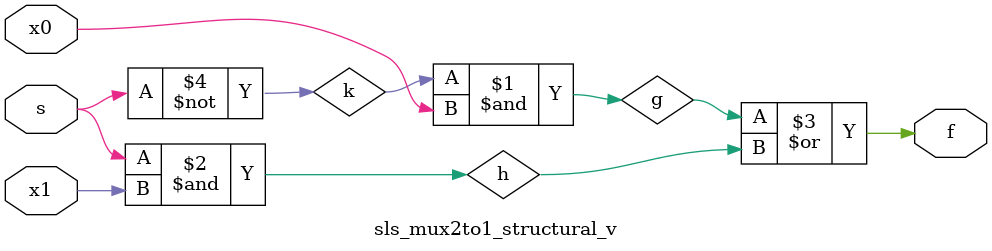
<source format=v>
module sls_mux2to1_structural_v (x1, x0, s, f);

input x1, x0, s;
output f;
wire k, g, h;

	not (k, s);
	and (g, k , x0);
	and (h, s, x1);
	or (f, g, h);
	
endmodule

</source>
